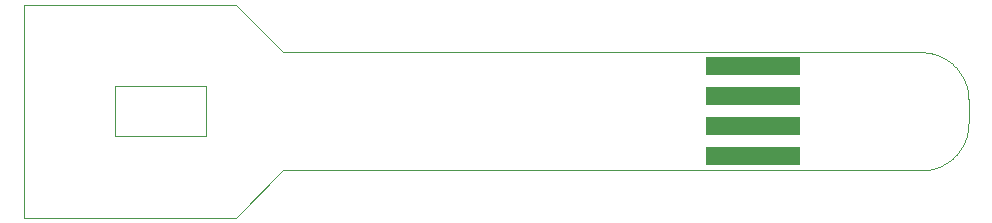
<source format=gtp>
G04 EAGLE Gerber RS-274X export*
G75*
%MOMM*%
%FSLAX34Y34*%
%LPD*%
%INSolder paste top*%
%IPPOS*%
%AMOC8*
5,1,8,0,0,1.08239X$1,22.5*%
G01*
%ADD10C,0.000000*%
%ADD11R,8.000000X1.500000*%


D10*
X0Y0D02*
X180000Y0D01*
X220000Y40000D02*
X760000Y40000D01*
X760967Y40012D01*
X761933Y40047D01*
X762897Y40105D01*
X763861Y40187D01*
X764821Y40292D01*
X765780Y40420D01*
X766734Y40571D01*
X767685Y40745D01*
X768631Y40942D01*
X769573Y41162D01*
X770508Y41405D01*
X771438Y41670D01*
X772361Y41958D01*
X773276Y42268D01*
X774184Y42599D01*
X775084Y42953D01*
X775975Y43328D01*
X776856Y43725D01*
X777728Y44143D01*
X778589Y44582D01*
X779439Y45041D01*
X780278Y45521D01*
X781106Y46021D01*
X781921Y46541D01*
X782723Y47081D01*
X783511Y47639D01*
X784287Y48217D01*
X785047Y48813D01*
X785794Y49427D01*
X786525Y50060D01*
X787241Y50709D01*
X787940Y51376D01*
X788624Y52060D01*
X789291Y52759D01*
X789940Y53475D01*
X790573Y54206D01*
X791187Y54953D01*
X791783Y55713D01*
X792361Y56489D01*
X792919Y57277D01*
X793459Y58079D01*
X793979Y58894D01*
X794479Y59722D01*
X794959Y60561D01*
X795418Y61411D01*
X795857Y62272D01*
X796275Y63144D01*
X796672Y64025D01*
X797047Y64916D01*
X797401Y65816D01*
X797732Y66724D01*
X798042Y67639D01*
X798330Y68562D01*
X798595Y69492D01*
X798838Y70427D01*
X799058Y71369D01*
X799255Y72315D01*
X799429Y73266D01*
X799580Y74220D01*
X799708Y75179D01*
X799813Y76139D01*
X799895Y77103D01*
X799953Y78067D01*
X799988Y79033D01*
X800000Y80000D01*
X800000Y100000D01*
X799988Y100967D01*
X799953Y101933D01*
X799895Y102897D01*
X799813Y103861D01*
X799708Y104821D01*
X799580Y105780D01*
X799429Y106734D01*
X799255Y107685D01*
X799058Y108631D01*
X798838Y109573D01*
X798595Y110508D01*
X798330Y111438D01*
X798042Y112361D01*
X797732Y113276D01*
X797401Y114184D01*
X797047Y115084D01*
X796672Y115975D01*
X796275Y116856D01*
X795857Y117728D01*
X795418Y118589D01*
X794959Y119439D01*
X794479Y120278D01*
X793979Y121106D01*
X793459Y121921D01*
X792919Y122723D01*
X792361Y123511D01*
X791783Y124287D01*
X791187Y125047D01*
X790573Y125794D01*
X789940Y126525D01*
X789291Y127241D01*
X788624Y127940D01*
X787940Y128624D01*
X787241Y129291D01*
X786525Y129940D01*
X785794Y130573D01*
X785047Y131187D01*
X784287Y131783D01*
X783511Y132361D01*
X782723Y132919D01*
X781921Y133459D01*
X781106Y133979D01*
X780278Y134479D01*
X779439Y134959D01*
X778589Y135418D01*
X777728Y135857D01*
X776856Y136275D01*
X775975Y136672D01*
X775084Y137047D01*
X774184Y137401D01*
X773276Y137732D01*
X772361Y138042D01*
X771438Y138330D01*
X770508Y138595D01*
X769573Y138838D01*
X768631Y139058D01*
X767685Y139255D01*
X766734Y139429D01*
X765780Y139580D01*
X764821Y139708D01*
X763861Y139813D01*
X762897Y139895D01*
X761933Y139953D01*
X760967Y139988D01*
X760000Y140000D01*
X220000Y140000D01*
X180000Y180000D02*
X0Y180000D01*
X0Y0D01*
X180000Y180000D02*
X220000Y140000D01*
X220000Y40000D02*
X180000Y0D01*
D11*
X617800Y51900D03*
X617800Y77300D03*
X617800Y102700D03*
X617800Y128100D03*
D10*
X154620Y69150D02*
X77620Y69150D01*
X154620Y69150D02*
X154620Y111150D01*
X77620Y111150D01*
X77620Y69150D01*
M02*

</source>
